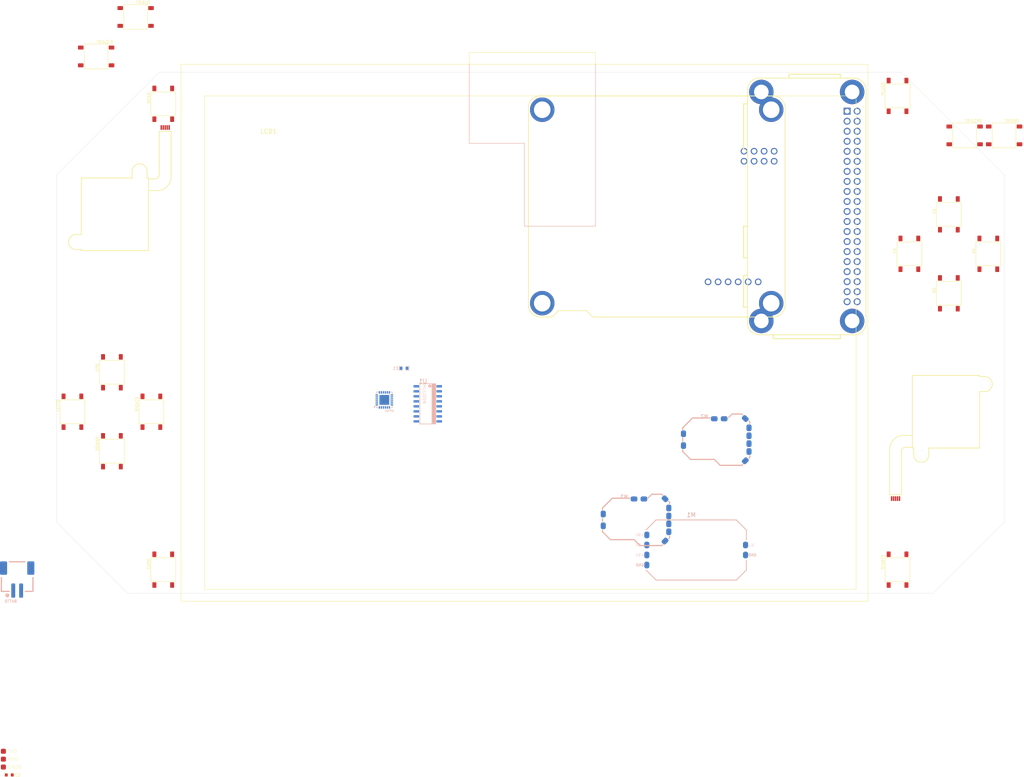
<source format=kicad_pcb>
(kicad_pcb (version 20211014) (generator pcbnew)
  (layers (0 "F.Cu" signal) (31 "B.Cu" signal) (34 "B.Paste" user) (35 "F.Paste" user) (36 "B.SilkS" user "B.Silkscreen") (37 "F.SilkS" user "F.Silkscreen") (38 "B.Mask" user) (39 "F.Mask" user) (44 "Edge.Cuts" user))
  (net 0 "")
  (net 1 "GND")
  (net 2 "TRIGL")
  (net 3 "TRIGZL")
  (net 4 "NEG")
  (net 5 "UP")
  (net 6 "DOWN")
  (net 7 "LEFT")
  (net 8 "RIGHT")
  (net 9 "CAP")
  (net 10 "TRIGR")
  (net 11 "TRIGZR")
  (net 12 "PLUS")
  (net 13 "X")
  (net 14 "B")
  (net 15 "Y")
  (net 16 "A")
  (net 17 "START")
  (net 18 "+3.3V")
  (net 19 "N$3")
  (net 20 "N$4")
  (net 21 "N$5")
  (net 22 "N$6")
  (net 23 "N$1")
  (net 24 "N$7")
  (net 25 "~{JOY_CS}")
  (net 26 "~{BTN_CS}")
  (net 27 "SPI_DI")
  (net 28 "SPI_DO")
  (net 29 "SPI_CLK")
  (net 30 "+4.1V")
  (net 31 "+5V")
  (net 32 "TX")
  (net 33 "RX")
  (net 34 "~{BTN_IRQ}")
  (footprint "umami-blade:B3FS" (layer "F.Cu") (at 264.5011 85.0036 90)
    (fp_text reference "A0" (at 0 -3.7 90) (layer "F.SilkS") (effects (font (size 0.709168 0.709168) (thickness 0.103632)) (justify left)))
    (fp_text value "Tact. Sw.")
    (pad "1" smd roundrect (at 3.9 2.25 180) (size 1 1.4) (layers "F.Cu" "F.Paste" "F.Mask") (roundrect_rratio 0.15) (net 16 "A"))
    (pad "2" smd roundrect (at -3.9 2.25 180) (size 1 1.4) (layers "F.Cu" "F.Paste" "F.Mask") (roundrect_rratio 0.15) (net 16 "A"))
    (pad "3" smd roundrect (at 3.9 -2.25 180) (size 1 1.4) (layers "F.Cu" "F.Paste" "F.Mask") (roundrect_rratio 0.15) (net 1 "GND"))
    (pad "4" smd roundrect (at -3.9 -2.25 180) (size 1 1.4) (layers "F.Cu" "F.Paste" "F.Mask") (roundrect_rratio 0.15) (net 1 "GND"))
  )
  (footprint "umami-blade:SMD-050X050" (layer "F.Cu") (at 14.5011 213.0036)
    (fp_text reference "RX0" (at 1.651 0) (layer "F.SilkS") (effects (font (size 0.8471 0.8471) (thickness 0.0673)) (justify left)))
    (fp_text value "PADSMD-050X050" hide)
    (pad "1" smd roundrect (at 0.508 0) (size 1.27 1.27) (layers "F.Cu" "F.Paste" "F.Mask") (net 33 "RX"))
  )
  (footprint "umami-blade:NINTENDO-JOYCON" (layer "F.Cu") (at 254.5011 125.0036 180)
    (fp_text reference "JOY2" hide)
    (fp_text value "" hide)
    (pad "" np_thru_hole circle (at -9.1 7 180) (size 2.2 2.2) (drill 2.2) (layers *.Cu *.Mask))
    (pad "" np_thru_hole circle (at 7 -10.9 180) (size 2.2 2.2) (drill 2.2) (layers *.Cu *.Mask))
    (pad "1" smd roundrect (at 12.5 -22 270) (size 1.2 0.35) (layers "F.Cu" "F.Paste" "F.Mask") (roundrect_rratio 0.2) (net 18 "+3.3V"))
    (pad "2" smd roundrect (at 13 -22 270) (size 1.2 0.35) (layers "F.Cu" "F.Paste" "F.Mask") (roundrect_rratio 0.2) (net 21 "N$5"))
    (pad "3" smd roundrect (at 13.5 -22 270) (size 1.2 0.35) (layers "F.Cu" "F.Paste" "F.Mask") (roundrect_rratio 0.2) (net 24 "N$7"))
    (pad "4" smd roundrect (at 14 -22 270) (size 1.2 0.35) (layers "F.Cu" "F.Paste" "F.Mask") (roundrect_rratio 0.2) (net 1 "GND"))
    (pad "5" smd roundrect (at 14.5 -22 270) (size 1.2 0.35) (layers "F.Cu" "F.Paste" "F.Mask") (roundrect_rratio 0.2) (net 22 "N$6"))
  )
  (footprint "umami-blade:B3FS" (layer "F.Cu") (at 55.5011 165.0036 90)
    (fp_text reference "CAP0" (at 0 -3.7 90) (layer "F.SilkS") (effects (font (size 0.709168 0.709168) (thickness 0.103632)) (justify left)))
    (fp_text value "Tact. Sw.")
    (pad "1" smd roundrect (at 3.9 2.25 180) (size 1 1.4) (layers "F.Cu" "F.Paste" "F.Mask") (roundrect_rratio 0.15) (net 9 "CAP"))
    (pad "2" smd roundrect (at -3.9 2.25 180) (size 1 1.4) (layers "F.Cu" "F.Paste" "F.Mask") (roundrect_rratio 0.15) (net 9 "CAP"))
    (pad "3" smd roundrect (at 3.9 -2.25 180) (size 1 1.4) (layers "F.Cu" "F.Paste" "F.Mask") (roundrect_rratio 0.15) (net 1 "GND"))
    (pad "4" smd roundrect (at -3.9 -2.25 180) (size 1 1.4) (layers "F.Cu" "F.Paste" "F.Mask") (roundrect_rratio 0.15) (net 1 "GND"))
  )
  (footprint "umami-blade:B3FS" (layer "F.Cu") (at 244.5011 85.0036 90)
    (fp_text reference "Y0" (at 0 -3.7 90) (layer "F.SilkS") (effects (font (size 0.709168 0.709168) (thickness 0.103632)) (justify left)))
    (fp_text value "Tact. Sw.")
    (pad "1" smd roundrect (at 3.9 2.25 180) (size 1 1.4) (layers "F.Cu" "F.Paste" "F.Mask") (roundrect_rratio 0.15) (net 15 "Y"))
    (pad "2" smd roundrect (at -3.9 2.25 180) (size 1 1.4) (layers "F.Cu" "F.Paste" "F.Mask") (roundrect_rratio 0.15) (net 15 "Y"))
    (pad "3" smd roundrect (at 3.9 -2.25 180) (size 1 1.4) (layers "F.Cu" "F.Paste" "F.Mask") (roundrect_rratio 0.15) (net 1 "GND"))
    (pad "4" smd roundrect (at -3.9 -2.25 180) (size 1 1.4) (layers "F.Cu" "F.Paste" "F.Mask") (roundrect_rratio 0.15) (net 1 "GND"))
  )
  (footprint "umami-blade:SMD-050X050" (layer "F.Cu") (at 14.5011 215.0036)
    (fp_text reference "GND0" (at 1.651 0) (layer "F.SilkS") (effects (font (size 0.8471 0.8471) (thickness 0.0673)) (justify left)))
    (fp_text value "PADSMD-050X050" hide)
    (pad "1" smd roundrect (at 0.508 0) (size 1.27 1.27) (layers "F.Cu" "F.Paste" "F.Mask") (net 1 "GND"))
  )
  (footprint "umami-blade:B3FS" (layer "F.Cu") (at 38.5011 35.0036)
    (fp_text reference "TRIGZL0" (at 0 -3.7) (layer "F.SilkS") (effects (font (size 0.709168 0.709168) (thickness 0.103632)) (justify left)))
    (fp_text value "Tact. Sw.")
    (pad "1" smd roundrect (at 3.9 2.25 90) (size 1 1.4) (layers "F.Cu" "F.Paste" "F.Mask") (roundrect_rratio 0.15) (net 3 "TRIGZL"))
    (pad "2" smd roundrect (at -3.9 2.25 90) (size 1 1.4) (layers "F.Cu" "F.Paste" "F.Mask") (roundrect_rratio 0.15) (net 3 "TRIGZL"))
    (pad "3" smd roundrect (at 3.9 -2.25 90) (size 1 1.4) (layers "F.Cu" "F.Paste" "F.Mask") (roundrect_rratio 0.15) (net 1 "GND"))
    (pad "4" smd roundrect (at -3.9 -2.25 90) (size 1 1.4) (layers "F.Cu" "F.Paste" "F.Mask") (roundrect_rratio 0.15) (net 1 "GND"))
  )
  (footprint "umami-blade:B3FS" (layer "F.Cu") (at 55.5011 47.0036 90)
    (fp_text reference "NEG0" (at 0 -3.7 90) (layer "F.SilkS") (effects (font (size 0.709168 0.709168) (thickness 0.103632)) (justify left)))
    (fp_text value "Tact. Sw.")
    (pad "1" smd roundrect (at 3.9 2.25 180) (size 1 1.4) (layers "F.Cu" "F.Paste" "F.Mask") (roundrect_rratio 0.15) (net 4 "NEG"))
    (pad "2" smd roundrect (at -3.9 2.25 180) (size 1 1.4) (layers "F.Cu" "F.Paste" "F.Mask") (roundrect_rratio 0.15) (net 4 "NEG"))
    (pad "3" smd roundrect (at 3.9 -2.25 180) (size 1 1.4) (layers "F.Cu" "F.Paste" "F.Mask") (roundrect_rratio 0.15) (net 1 "GND"))
    (pad "4" smd roundrect (at -3.9 -2.25 180) (size 1 1.4) (layers "F.Cu" "F.Paste" "F.Mask") (roundrect_rratio 0.15) (net 1 "GND"))
  )
  (footprint "umami-blade:B3FS" (layer "F.Cu") (at 241.5011 165.0036 90)
    (fp_text reference "START0" (at 0 -3.7 90) (layer "F.SilkS") (effects (font (size 0.709168 0.709168) (thickness 0.103632)) (justify left)))
    (fp_text value "Tact. Sw.")
    (pad "1" smd roundrect (at 3.9 2.25 180) (size 1 1.4) (layers "F.Cu" "F.Paste" "F.Mask") (roundrect_rratio 0.15) (net 17 "START"))
    (pad "2" smd roundrect (at -3.9 2.25 180) (size 1 1.4) (layers "F.Cu" "F.Paste" "F.Mask") (roundrect_rratio 0.15) (net 17 "START"))
    (pad "3" smd roundrect (at 3.9 -2.25 180) (size 1 1.4) (layers "F.Cu" "F.Paste" "F.Mask") (roundrect_rratio 0.15) (net 1 "GND"))
    (pad "4" smd roundrect (at -3.9 -2.25 180) (size 1 1.4) (layers "F.Cu" "F.Paste" "F.Mask") (roundrect_rratio 0.15) (net 1 "GND"))
  )
  (footprint "umami-blade:B3FS" (layer "F.Cu") (at 258.5011 55.0036)
    (fp_text reference "TRIGZR0" (at 0 -3.7) (layer "F.SilkS") (effects (font (size 0.709168 0.709168) (thickness 0.103632)) (justify left)))
    (fp_text value "Tact. Sw.")
    (pad "1" smd roundrect (at 3.9 2.25 90) (size 1 1.4) (layers "F.Cu" "F.Paste" "F.Mask") (roundrect_rratio 0.15) (net 11 "TRIGZR"))
    (pad "2" smd roundrect (at -3.9 2.25 90) (size 1 1.4) (layers "F.Cu" "F.Paste" "F.Mask") (roundrect_rratio 0.15) (net 11 "TRIGZR"))
    (pad "3" smd roundrect (at 3.9 -2.25 90) (size 1 1.4) (layers "F.Cu" "F.Paste" "F.Mask") (roundrect_rratio 0.15) (net 1 "GND"))
    (pad "4" smd roundrect (at -3.9 -2.25 90) (size 1 1.4) (layers "F.Cu" "F.Paste" "F.Mask") (roundrect_rratio 0.15) (net 1 "GND"))
  )
  (footprint "" (layer "F.Cu") (at 247.5011 135.9036)
    (fp_text reference "@HOLE2" hide)
    (fp_text value "" (at 0 0) (layer "F.SilkS") (effects (font (size 1.27 1.27))))
    (pad "" np_thru_hole circle (at 0 0) (size 2.2 2.2) (drill 2.2) (layers *.Cu *.Mask))
  )
  (footprint "umami-blade:B3FS" (layer "F.Cu") (at 32.5011 125.0036 90)
    (fp_text reference "LEFT0" (at 0 -3.7 90) (layer "F.SilkS") (effects (font (size 0.709168 0.709168) (thickness 0.103632)) (justify left)))
    (fp_text value "Tact. Sw.")
    (pad "1" smd roundrect (at 3.9 2.25 180) (size 1 1.4) (layers "F.Cu" "F.Paste" "F.Mask") (roundrect_rratio 0.15) (net 7 "LEFT"))
    (pad "2" smd roundrect (at -3.9 2.25 180) (size 1 1.4) (layers "F.Cu" "F.Paste" "F.Mask") (roundrect_rratio 0.15) (net 7 "LEFT"))
    (pad "3" smd roundrect (at 3.9 -2.25 180) (size 1 1.4) (layers "F.Cu" "F.Paste" "F.Mask") (roundrect_rratio 0.15) (net 1 "GND"))
    (pad "4" smd roundrect (at -3.9 -2.25 180) (size 1 1.4) (layers "F.Cu" "F.Paste" "F.Mask") (roundrect_rratio 0.15) (net 1 "GND"))
  )
  (footprint "umami-blade:PIMORONI-LCD-CONTROLLER" (layer "F.Cu") (at 180.5011 73.0036)
    (fp_text reference "MOD1" hide)
    (fp_text value "" hide)
    (pad "3V3" thru_hole circle (at 27.2034 -13.9954) (size 1.6764 1.6764) (drill 1.1176) (layers *.Cu *.Mask))
    (pad "5V" thru_hole circle (at 29.7434 -13.9954) (size 1.6764 1.6764) (drill 1.1176) (layers *.Cu *.Mask) (net 31 "+5V"))
    (pad "BACK" thru_hole circle (at 25.7048 19.1008) (size 1.6764 1.6764) (drill 1.1176) (layers *.Cu *.Mask))
    (pad "BCK" thru_hole circle (at 27.2034 -11.4554) (size 1.6764 1.6764) (drill 1.1176) (layers *.Cu *.Mask))
    (pad "DATA" thru_hole circle (at 22.1234 -11.4554) (size 1.6764 1.6764) (drill 1.1176) (layers *.Cu *.Mask))
    (pad "DOWN" thru_hole circle (at 23.1648 19.1008) (size 1.6764 1.6764) (drill 1.1176) (layers *.Cu *.Mask))
    (pad "GND@I2S" thru_hole circle (at 22.1234 -13.9954) (size 1.6764 1.6764) (drill 1.1176) (layers *.Cu *.Mask) (net 1 "GND"))
    (pad "GND@MENU" thru_hole circle (at 13.0048 19.1008) (size 1.6764 1.6764) (drill 1.1176) (layers *.Cu *.Mask) (net 1 "GND"))
    (pad "LRCK" thru_hole circle (at 29.7434 -11.4554) (size 1.6764 1.6764) (drill 1.1176) (layers *.Cu *.Mask))
    (pad "MCK" thru_hole circle (at 24.6634 -11.4554) (size 1.6764 1.6764) (drill 1.1176) (layers *.Cu *.Mask))
    (pad "MENU" thru_hole circle (at 18.0848 19.1008) (size 1.6764 1.6764) (drill 1.1176) (layers *.Cu *.Mask))
    (pad "MTG1" thru_hole circle (at -29 -24.5) (size 6.2 6.2) (drill 4.2) (layers *.Cu *.Mask))
    (pad "MTG2" thru_hole circle (at 29 -24.5) (size 6.2 6.2) (drill 4.2) (layers *.Cu *.Mask))
    (pad "MTG3" thru_hole circle (at -29 24.5) (size 6.2 6.2) (drill 4.2) (layers *.Cu *.Mask))
    (pad "MTG4" thru_hole circle (at 29 24.5) (size 6.2 6.2) (drill 4.2) (layers *.Cu *.Mask))
    (pad "PWR" thru_hole circle (at 15.5448 19.1008) (size 1.6764 1.6764) (drill 1.1176) (layers *.Cu *.Mask))
    (pad "SPIDF" thru_hole circle (at 24.6634 -13.9954) (size 1.6764 1.6764) (drill 1.1176) (layers *.Cu *.Mask))
    (pad "UP" thru_hole circle (at 20.6248 19.1008) (size 1.6764 1.6764) (drill 1.1176) (layers *.Cu *.Mask))
  )
  (footprint "umami-blade:0603-CAP" (layer "F.Cu") (at 16.5011 217.0036)
    (fp_text reference "C2" (at 1.4 0) (layer "F.SilkS") (effects (font (size 0.709168 0.709168) (thickness 0.103632)) (justify left)))
    (fp_text value "0.1uF")
    (pad "1" smd roundrect (at -0.75184 0) (size 0.7112 0.762) (layers "F.Cu" "F.Paste" "F.Mask") (roundrect_rratio 0.1) (net 18 "+3.3V"))
    (pad "2" smd roundrect (at 0.75184 0) (size 0.7112 0.762) (layers "F.Cu" "F.Paste" "F.Mask") (roundrect_rratio 0.1) (net 1 "GND"))
  )
  (footprint "" (layer "F.Cu") (at 33.4011 82.0036)
    (fp_text reference "@HOLE1" hide)
    (fp_text value "" (at 0 0) (layer "F.SilkS") (effects (font (size 1.27 1.27))))
    (pad "" np_thru_hole circle (at 0 0) (size 2.2 2.2) (drill 2.2) (layers *.Cu *.Mask))
  )
  (footprint "umami-blade:B3FS" (layer "F.Cu") (at 42.5011 135.0036 90)
    (fp_text reference "DOWN0" (at 0 -3.7 90) (layer "F.SilkS") (effects (font (size 0.709168 0.709168) (thickness 0.103632)) (justify left)))
    (fp_text value "Tact. Sw.")
    (pad "1" smd roundrect (at 3.9 2.25 180) (size 1 1.4) (layers "F.Cu" "F.Paste" "F.Mask") (roundrect_rratio 0.15) (net 6 "DOWN"))
    (pad "2" smd roundrect (at -3.9 2.25 180) (size 1 1.4) (layers "F.Cu" "F.Paste" "F.Mask") (roundrect_rratio 0.15) (net 6 "DOWN"))
    (pad "3" smd roundrect (at 3.9 -2.25 180) (size 1 1.4) (layers "F.Cu" "F.Paste" "F.Mask") (roundrect_rratio 0.15) (net 1 "GND"))
    (pad "4" smd roundrect (at -3.9 -2.25 180) (size 1 1.4) (layers "F.Cu" "F.Paste" "F.Mask") (roundrect_rratio 0.15) (net 1 "GND"))
  )
  (footprint "" (layer "F.Cu") (at 49.5011 64.1036)
    (fp_text reference "@HOLE0" hide)
    (fp_text value "" (at 0 0) (layer "F.SilkS") (effects (font (size 1.27 1.27))))
    (pad "" np_thru_hole circle (at 0 0) (size 2.2 2.2) (drill 2.2) (layers *.Cu *.Mask))
  )
  (footprint "umami-blade:NINTENDO-JOYCON" (layer "F.Cu") (at 42.5011 75.0036)
    (fp_text reference "JOY1" hide)
    (fp_text value "" hide)
    (pad "" np_thru_hole circle (at -9.1 7) (size 2.2 2.2) (drill 2.2) (layers *.Cu *.Mask))
    (pad "" np_thru_hole circle (at 7 -10.9) (size 2.2 2.2) (drill 2.2) (layers *.Cu *.Mask))
    (pad "1" smd roundrect (at 12.5 -22 90) (size 1.2 0.35) (layers "F.Cu" "F.Paste" "F.Mask") (roundrect_rratio 0.2) (net 18 "+3.3V"))
    (pad "2" smd roundrect (at 13 -22 90) (size 1.2 0.35) (layers "F.Cu" "F.Paste" "F.Mask") (roundrect_rratio 0.2) (net 19 "N$3"))
    (pad "3" smd roundrect (at 13.5 -22 90) (size 1.2 0.35) (layers "F.Cu" "F.Paste" "F.Mask") (roundrect_rratio 0.2) (net 23 "N$1"))
    (pad "4" smd roundrect (at 14 -22 90) (size 1.2 0.35) (layers "F.Cu" "F.Paste" "F.Mask") (roundrect_rratio 0.2) (net 1 "GND"))
    (pad "5" smd roundrect (at 14.5 -22 90) (size 1.2 0.35) (layers "F.Cu" "F.Paste" "F.Mask") (roundrect_rratio 0.2) (net 20 "N$4"))
  )
  (footprint "umami-blade:B3FS" (layer "F.Cu") (at 52.5011 125.0036 90)
    (fp_text reference "RIGHT0" (at 0 -3.7 90) (layer "F.SilkS") (effects (font (size 0.709168 0.709168) (thickness 0.103632)) (justify left)))
    (fp_text value "Tact. Sw.")
    (pad "1" smd roundrect (at 3.9 2.25 180) (size 1 1.4) (layers "F.Cu" "F.Paste" "F.Mask") (roundrect_rratio 0.15) (net 8 "RIGHT"))
    (pad "2" smd roundrect (at -3.9 2.25 180) (size 1 1.4) (layers "F.Cu" "F.Paste" "F.Mask") (roundrect_rratio 0.15) (net 8 "RIGHT"))
    (pad "3" smd roundrect (at 3.9 -2.25 180) (size 1 1.4) (layers "F.Cu" "F.Paste" "F.Mask") (roundrect_rratio 0.15) (net 1 "GND"))
    (pad "4" smd roundrect (at -3.9 -2.25 180) (size 1 1.4) (layers "F.Cu" "F.Paste" "F.Mask") (roundrect_rratio 0.15) (net 1 "GND"))
  )
  (footprint "umami-blade:PI-ZERO-2W" (layer "F.Cu") (at 218.5011 73.0036 -90)
    (fp_text reference "PI1" hide)
    (fp_text value "Pi 2W" hide)
    (pad "1" thru_hole rect (at -24.13 -10.23 270) (size 1.7526 1.7526) (drill 1.1684) (layers *.Cu *.Mask) (net 18 "+3.3V"))
    (pad "2" thru_hole circle (at -24.13 -12.77 270) (size 1.7526 1.7526) (drill 1.1684) (layers *.Cu *.Mask) (net 31 "+5V"))
    (pad "3" thru_hole circle (at -21.59 -10.23 270) (size 1.7526 1.7526) (drill 1.1684) (layers *.Cu *.Mask))
    (pad "4" thru_hole circle (at -21.59 -12.77 270) (size 1.7526 1.7526) (drill 1.1684) (layers *.Cu *.Mask) (net 31 "+5V"))
    (pad "5" thru_hole circle (at -19.05 -10.23 270) (size 1.7526 1.7526) (drill 1.1684) (layers *.Cu *.Mask))
    (pad "6" thru_hole circle (at -19.05 -12.77 270) (size 1.7526 1.7526) (drill 1.1684) (layers *.Cu *.Mask) (net 1 "GND"))
    (pad "7" thru_hole circle (at -16.51 -10.23 270) (size 1.7526 1.7526) (drill 1.1684) (layers *.Cu *.Mask))
    (pad "8" thru_hole circle (at -16.51 -12.77 270) (size 1.7526 1.7526) (drill 1.1684) (layers *.Cu *.Mask) (net 32 "TX"))
    (pad "9" thru_hole circle (at -13.97 -10.23 270) (size 1.7526 1.7526) (drill 1.1684) (layers *.Cu *.Mask) (net 1 "GND"))
    (pad "10" thru_hole circle (at -13.97 -12.77 270) (size 1.7526 1.7526) (drill 1.1684) (layers *.Cu *.Mask) (net 33 "RX"))
    (pad "11" thru_hole circle (at -11.43 -10.23 270) (size 1.7526 1.7526) (drill 1.1684) (layers *.Cu *.Mask))
    (pad "12" thru_hole circle (at -11.43 -12.77 270) (size 1.7526 1.7526) (drill 1.1684) (layers *.Cu *.Mask))
    (pad "13" thru_hole circle (at -8.89 -10.23 270) (size 1.7526 1.7526) (drill 1.1684) (layers *.Cu *.Mask))
    (pad "14" thru_hole circle (at -8.89 -12.77 270) (size 1.7526 1.7526) (drill 1.1684) (layers *.Cu *.Mask) (net 1 "GND"))
    (pad "15" thru_hole circle (at -6.35 -10.23 270) (size 1.7526 1.7526) (drill 1.1684) (layers *.Cu *.Mask))
    (pad "16" thru_hole circle (at -6.35 -12.77 270) (size 1.7526 1.7526) (drill 1.1684) (layers *.Cu *.Mask))
    (pad "17" thru_hole circle (at -3.81 -10.23 270) (size 1.7526 1.7526) (drill 1.1684) (layers *.Cu *.Mask))
    (pad "18" thru_hole circle (at -3.81 -12.77 270) (size 1.7526 1.7526) (drill 1.1684) (layers *.Cu *.Mask))
    (pad "19" thru_hole circle (at -1.27 -10.23 270) (size 1.7526 1.7526) (drill 1.1684) (layers *.Cu *.Mask) (net 27 "SPI_DI"))
    (pad "20" thru_hole circle (at -1.27 -12.77 270) (size 1.7526 1.7526) (drill 1.1684) (layers *.Cu *.Mask) (net 1 "GND"))
    (pad "21" thru_hole circle (at 1.27 -10.23 270) (size 1.7526 1.7526) (drill 1.1684) (layers *.Cu *.Mask) (net 28 "SPI_DO"))
    (pad "22" thru_hole circle (at 1.27 -12.77 270) (size 1.7526 1.7526) (drill 1.1684) (layers *.Cu *.Mask) (net 34 "~{BTN_IRQ}"))
    (pad "23" thru_hole circle (at 3.81 -10.23 270) (size 1.7526 1.7526) (drill 1.1684) (layers *.Cu *.Mask) (net 29 "SPI_CLK"))
    (pad "24" thru_hole circle (at 3.81 -12.77 270) (size 1.7526 1.7526) (drill 1.1684) (layers *.Cu *.Mask) (net 26 "~{BTN_CS}"))
    (pad "25" thru_hole circle (at 6.35 -10.23 270) (size 1.7526 1.7526) (drill 1.1684) (layers *.Cu *.Mask) (net 1 "GND"))
    (pad "26" thru_hole circle (at 6.35 -12.77 270) (size 1.7526 1.7526) (drill 1.1684) (layers *.Cu *.Mask) (net 25 "~{JOY_CS}"))
    (pad "27" thru_hole circle (at 8.89 -10.23 270) (size 1.7526 1.7526) (drill 1.1684) (layers *.Cu *.Mask))
    (pad "28" thru_hole circle (at 8.89 -12.77 270) (size 1.7526 1.7526) (drill 1.1684) (layers *.Cu *.Mask))
    (pad "29" thru_hole circle (at 11.43 -10.23 270) (size 1.7526 1.7526) (drill 1.1684) (layers *.Cu *.Mask))
    (pad "30" thru_hole circle (at 11.43 -12.77 270) (size 1.7526 1.7526) (drill 1.1684) (layers *.Cu *.Mask) (net 1 "GND"))
    (pad "31" thru_hole circle (at 13.97 -10.23 270) (size 1.7526 1.7526) (drill 1.1684) (layers *.Cu *.Mask))
    (pad "32" thru_hole circle (at 13.97 -12.77 270) (size 1.7526 1.7526) (drill 1.1684) (layers *.Cu *.Mask))
    (pad "33" thru_hole circle (at 16.51 -10.23 270) (size 1.7526 1.7526) (drill 1.1684) (layers *.Cu *.Mask))
    (pad "34" thru_hole circle (at 16.51 -12.77 270) (size 1.7526 1.7526) (drill 1.1684) (layers *.Cu *.Mask) (net 1 "GND"))
    (pad "35" thru_hole circle (at 19.05 -10.23 270) (size 1.7526 1.7526) (drill 1.1684) (layers *.Cu *.Mask))
    (pad "36" thru_hole circle (at 19.05 -12.77 270) (size 1.7526 1.7526) (drill 1.1684) (layers *.Cu *.Mask))
    (pad "37" thru_hole circle (at 21.59 -10.23 270) (size 1.7526 1.7526) (drill 1.1684) (layers *.Cu *.Mask))
    (pad "38" thru_hole circle (at 21.59 -12.77 270) (size 1.7526 1.7526) (drill 1.1684) (layers *.Cu *.Mask))
    (pad "39" thru_hole circle (at 24.13 -10.23 270) (size 1.7526 1.7526) (drill 1.1684) (layers *.Cu *.Mask) (net 1 "GND"))
    (pad "40" thru_hole circle (at 24.13 -12.77 270) (size 1.7526 1.7526) (drill 1.1684) (layers *.Cu *.Mask))
    (pad "MT1" thru_hole circle (at -29 -11.5 270) (size 6.2 6.2) (drill 3.7) (layers *.Cu *.Mask))
    (pad "MT2" thru_hole circle (at 29 -11.5 270) (size 6.2 6.2) (drill 3.7) (layers *.Cu *.Mask))
    (pad "MT3" thru_hole circle (at -29 11.5 270) (size 6.2 6.2) (drill 3.7) (layers *.Cu *.Mask))
    (pad "MT4" thru_hole circle (at 29 11.5 270) (size 6.2 6.2) (drill 3.7) (layers *.Cu *.Mask))
  )
  (footprint "umami-blade:B3FS" (layer "F.Cu") (at 254.5011 75.0036 90)
    (fp_text reference "X0" (at 0 -3.7 90) (layer "F.SilkS") (effects (font (size 0.709168 0.709168) (thickness 0.103632)) (justify left)))
    (fp_text value "Tact. Sw.")
    (pad "1" smd roundrect (at 3.9 2.25 180) (size 1 1.4) (layers "F.Cu" "F.Paste" "F.Mask") (roundrect_rratio 0.15) (net 13 "X"))
    (pad "2" smd roundrect (at -3.9 2.25 180) (size 1 1.4) (layers "F.Cu" "F.Paste" "F.Mask") (roundrect_rratio 0.15) (net 13 "X"))
    (pad "3" smd roundrect (at 3.9 -2.25 180) (size 1 1.4) (layers "F.Cu" "F.Paste" "F.Mask") (roundrect_rratio 0.15) (net 1 "GND"))
    (pad "4" smd roundrect (at -3.9 -2.25 180) (size 1 1.4) (layers "F.Cu" "F.Paste" "F.Mask") (roundrect_rratio 0.15) (net 1 "GND"))
  )
  (footprint "umami-blade:PIMORONI_PIM372" (layer "F.Cu") (at 147.0011 105.0036)
    (fp_text reference "LCD1" (at -67 -51) (layer "F.SilkS") (effects (font (size 1.108075 1.108075) (thickness 0.161925)) (justify left)))
    (fp_text value "TFT LCD" hide)
  )
  (footprint "umami-blade:B3FS" (layer "F.Cu") (at 42.5011 115.0036 90)
    (fp_text reference "UP0" (at 0 -3.7 90) (layer "F.SilkS") (effects (font (size 0.709168 0.709168) (thickness 0.103632)) (justify left)))
    (fp_text value "Tact. Sw.")
    (pad "1" smd roundrect (at 3.9 2.25 180) (size 1 1.4) (layers "F.Cu" "F.Paste" "F.Mask") (roundrect_rratio 0.15) (net 5 "UP"))
    (pad "2" smd roundrect (at -3.9 2.25 180) (size 1 1.4) (layers "F.Cu" "F.Paste" "F.Mask") (roundrect_rratio 0.15) (net 5 "UP"))
    (pad "3" smd roundrect (at 3.9 -2.25 180) (size 1 1.4) (layers "F.Cu" "F.Paste" "F.Mask") (roundrect_rratio 0.15) (net 1 "GND"))
    (pad "4" smd roundrect (at -3.9 -2.25 180) (size 1 1.4) (layers "F.Cu" "F.Paste" "F.Mask") (roundrect_rratio 0.15) (net 1 "GND"))
  )
  (footprint "umami-blade:B3FS" (layer "F.Cu") (at 48.5011 25.0036)
    (fp_text reference "TRIGL0" (at 0 -3.7) (layer "F.SilkS") (effects (font (size 0.709168 0.709168) (thickness 0.103632)) (justify left)))
    (fp_text value "Tact. Sw.")
    (pad "1" smd roundrect (at 3.9 2.25 90) (size 1 1.4) (layers "F.Cu" "F.Paste" "F.Mask") (roundrect_rratio 0.15) (net 2 "TRIGL"))
    (pad "2" smd roundrect (at -3.9 2.25 90) (size 1 1.4) (layers "F.Cu" "F.Paste" "F.Mask") (roundrect_rratio 0.15) (net 2 "TRIGL"))
    (pad "3" smd roundrect (at 3.9 -2.25 90) (size 1 1.4) (layers "F.Cu" "F.Paste" "F.Mask") (roundrect_rratio 0.15) (net 1 "GND"))
    (pad "4" smd roundrect (at -3.9 -2.25 90) (size 1 1.4) (layers "F.Cu" "F.Paste" "F.Mask") (roundrect_rratio 0.15) (net 1 "GND"))
  )
  (footprint "umami-blade:B3FS" (layer "F.Cu") (at 241.5011 45.0036 90)
    (fp_text reference "PLUS0" (at 0 -3.7 90) (layer "F.SilkS") (effects (font (size 0.709168 0.709168) (thickness 0.103632)) (justify left)))
    (fp_text value "Tact. Sw.")
    (pad "1" smd roundrect (at 3.9 2.25 180) (size 1 1.4) (layers "F.Cu" "F.Paste" "F.Mask") (roundrect_rratio 0.15) (net 12 "PLUS"))
    (pad "2" smd roundrect (at -3.9 2.25 180) (size 1 1.4) (layers "F.Cu" "F.Paste" "F.Mask") (roundrect_rratio 0.15) (net 12 "PLUS"))
    (pad "3" smd roundrect (at 3.9 -2.25 180) (size 1 1.4) (layers "F.Cu" "F.Paste" "F.Mask") (roundrect_rratio 0.15) (net 1 "GND"))
    (pad "4" smd roundrect (at -3.9 -2.25 180) (size 1 1.4) (layers "F.Cu" "F.Paste" "F.Mask") (roundrect_rratio 0.15) (net 1 "GND"))
  )
  (footprint "" (layer "F.Cu") (at 263.6011 118.0036)
    (fp_text reference "@HOLE3" hide)
    (fp_text value "" (at 0 0) (layer "F.SilkS") (effects (font (size 1.27 1.27))))
    (pad "" np_thru_hole circle (at 0 0) (size 2.2 2.2) (drill 2.2) (layers *.Cu *.Mask))
  )
  (footprint "umami-blade:B3FS" (layer "F.Cu") (at 268.5011 55.0036)
    (fp_text reference "TRIGR0" (at 0 -3.7) (layer "F.SilkS") (effects (font (size 0.709168 0.709168) (thickness 0.103632)) (justify left)))
    (fp_text value "Tact. Sw.")
    (pad "1" smd roundrect (at 3.9 2.25 90) (size 1 1.4) (layers "F.Cu" "F.Paste" "F.Mask") (roundrect_rratio 0.15) (net 10 "TRIGR"))
    (pad "2" smd roundrect (at -3.9 2.25 90) (size 1 1.4) (layers "F.Cu" "F.Paste" "F.Mask") (roundrect_rratio 0.15) (net 10 "TRIGR"))
    (pad "3" smd roundrect (at 3.9 -2.25 90) (size 1 1.4) (layers "F.Cu" "F.Paste" "F.Mask") (roundrect_rratio 0.15) (net 1 "GND"))
    (pad "4" smd roundrect (at -3.9 -2.25 90) (size 1 1.4) (layers "F.Cu" "F.Paste" "F.Mask") (roundrect_rratio 0.15) (net 1 "GND"))
  )
  (footprint "umami-blade:SMD-050X050" (layer "F.Cu") (at 14.5011 211.0036)
    (fp_text reference "TX0" (at 1.651 0) (layer "F.SilkS") (effects (font (size 0.8471 0.8471) (thickness 0.0673)) (justify left)))
    (fp_text value "PADSMD-050X050" hide)
    (pad "1" smd roundrect (at 0.508 0) (size 1.27 1.27) (layers "F.Cu" "F.Paste" "F.Mask") (net 32 "TX"))
  )
  (footprint "umami-blade:B3FS" (layer "F.Cu") (at 254.5011 95.0036 90)
    (fp_text reference "B0" (at 0 -3.7 90) (layer "F.SilkS") (effects (font (size 0.709168 0.709168) (thickness 0.103632)) (justify left)))
    (fp_text value "Tact. Sw.")
    (pad "1" smd roundrect (at 3.9 2.25 180) (size 1 1.4) (layers "F.Cu" "F.Paste" "F.Mask") (roundrect_rratio 0.15) (net 14 "B"))
    (pad "2" smd roundrect (at -3.9 2.25 180) (size 1 1.4) (layers "F.Cu" "F.Paste" "F.Mask") (roundrect_rratio 0.15) (net 14 "B"))
    (pad "3" smd roundrect (at 3.9 -2.25 180) (size 1 1.4) (layers "F.Cu" "F.Paste" "F.Mask") (roundrect_rratio 0.15) (net 1 "GND"))
    (pad "4" smd roundrect (at -3.9 -2.25 180) (size 1 1.4) (layers "F.Cu" "F.Paste" "F.Mask") (roundrect_rratio 0.15) (net 1 "GND"))
  )
  (footprint "umami-blade:0123A" (layer "B.Cu") (at 195.58 132.08 180)
    (fp_text reference "M2" (at 2 5.9) (layer "B.SilkS") (effects (font (size 0.8725 0.8725) (thickness 0.1275)) (justify left mirror)))
    (fp_text value "Class-D, 16W")
    (pad "12V" smd roundrect (at 0.5 5.3 90) (size 1.3 1.7) (layers "B.Cu" "B.Paste" "B.Mask") (roundrect_rratio 0.35))
    (pad "DAI0" smd roundrect (at -8.3 3 180) (size 1.3 1.7) (layers "B.Cu" "B.Paste" "B.Mask") (roundrect_rratio 0.35))
    (pad "DAI1" smd roundrect (at -8.3 1 180) (size 1.3 1.7) (layers "B.Cu" "B.Paste" "B.Mask") (roundrect_rratio 0.35))
    (pad "DAI2" smd roundrect (at -8.3 -1 180) (size 1.3 1.7) (layers "B.Cu" "B.Paste" "B.Mask") (roundrect_rratio 0.35))
    (pad "EN" smd roundrect (at -8.3 -3 180) (size 1.3 1.7) (layers "B.Cu" "B.Paste" "B.Mask") (roundrect_rratio 0.35))
    (pad "GND" smd roundrect (at -7.35 -5.35 135) (size 1.3 1.7) (layers "B.Cu" "B.Paste" "B.Mask") (roundrect_rratio 0.35) (net 1 "GND"))
    (pad "GND2" smd roundrect (at -2 5.3 90) (size 1.3 1.7) (layers "B.Cu" "B.Paste" "B.Mask") (roundrect_rratio 0.35) (net 1 "GND"))
    (pad "SP+" smd roundrect (at 8.3 1.5 180) (size 1.3 1.7) (layers "B.Cu" "B.Paste" "B.Mask") (roundrect_rratio 0.35))
    (pad "SP-" smd roundrect (at 8.3 -1.5 180) (size 1.3 1.7) (layers "B.Cu" "B.Paste" "B.Mask") (roundrect_rratio 0.35))
    (pad "VDD" smd roundrect (at -7.35 5.35 45) (size 1.3 1.7) (layers "B.Cu" "B.Paste" "B.Mask") (roundrect_rratio 0.35))
  )
  (footprint "umami-blade:0123A" (layer "B.Cu") (at 175.26 152.4 180)
    (fp_text reference "M3" (at 2 5.9) (layer "B.SilkS") (effects (font (size 0.8725 0.8725) (thickness 0.1275)) (justify left mirror)))
    (fp_text value "Class-D, 16W")
    (pad "12V" smd roundrect (at 0.5 5.3 90) (size 1.3 1.7) (layers "B.Cu" "B.Paste" "B.Mask") (roundrect_rratio 0.35))
    (pad "DAI0" smd roundrect (at -8.3 3 180) (size 1.3 1.7) (layers "B.Cu" "B.Paste" "B.Mask") (roundrect_rratio 0.35))
    (pad "DAI1" smd roundrect (at -8.3 1 180) (size 1.3 1.7) (layers "B.Cu" "B.Paste" "B.Mask") (roundrect_rratio 0.35))
    (pad "DAI2" smd roundrect (at -8.3 -1 180) (size 1.3 1.7) (layers "B.Cu" "B.Paste" "B.Mask") (roundrect_rratio 0.35))
    (pad "EN" smd roundrect (at -8.3 -3 180) (size 1.3 1.7) (layers "B.Cu" "B.Paste" "B.Mask") (roundrect_rratio 0.35))
    (pad "GND" smd roundrect (at -7.35 -5.35 135) (size 1.3 1.7) (layers "B.Cu" "B.Paste" "B.Mask") (roundrect_rratio 0.35) (net 1 "GND"))
    (pad "GND2" smd roundrect (at -2 5.3 90) (size 1.3 1.7) (layers "B.Cu" "B.Paste" "B.Mask") (roundrect_rratio 0.35) (net 1 "GND"))
    (pad "SP+" smd roundrect (at 8.3 1.5 180) (size 1.3 1.7) (layers "B.Cu" "B.Paste" "B.Mask") (roundrect_rratio 0.35))
    (pad "SP-" smd roundrect (at 8.3 -1.5 180) (size 1.3 1.7) (layers "B.Cu" "B.Paste" "B.Mask") (roundrect_rratio 0.35))
    (pad "VDD" smd roundrect (at -7.35 5.35 45) (size 1.3 1.7) (layers "B.Cu" "B.Paste" "B.Mask") (roundrect_rratio 0.35))
  )
  (footprint "umami-blade:0128A" (layer "B.Cu") (at 190.5 160.02 180)
    (fp_text reference "M1" (at 0 8.89) (layer "B.SilkS") (effects (font (size 1.108075 1.108075) (thickness 0.161925)) (justify left mirror)))
    (fp_text value "")
    (fp_text user "GND" (at -14.224 -1.27) (layer "B.SilkS") (effects (font (size 0.6477 0.6477) (thickness 0.1143)) (justify mirror)))
    (fp_text user "+5V" (at 14.224 -1.27) (layer "B.SilkS") (effects (font (size 0.70104 0.70104) (thickness 0.06096)) (justify mirror)))
    (fp_text user "IN" (at -13.716 1.016) (layer "B.SilkS") (effects (font (size 0.471776 0.471776) (thickness 0.041024)) (justify mirror)))
    (fp_text user "-9V" (at 14.2494 1.27) (layer "B.SilkS") (effects (font (size 0.70104 0.70104) (thickness 0.06096)) (justify mirror)))
    (fp_text user "GND" (at 14.2494 -3.81) (layer "B.SilkS") (effects (font (size 0.6477 0.6477) (thickness 0.1143)) (justify mirror)))
    (fp_text user "+9V" (at 14.224 3.81) (layer "B.SilkS") (effects (font (size 0.70104 0.70104) (thickness 0.06096)) (justify mirror)))
    (fp_text user "V" (at -14.351 1.27) (layer "B.SilkS") (effects (font (size 0.794512 0.794512) (thickness 0.069088)) (justify mirror)))
    (pad "+9V" smd roundrect (at 12.5 3.81) (size 1.3 1.7) (layers "B.Cu" "B.Paste" "B.Mask") (roundrect_rratio 0.4))
    (pad "-9V" smd roundrect (at 12.5 1.27) (size 1.3 1.7) (layers "B.Cu" "B.Paste" "B.Mask") (roundrect_rratio 0.4))
    (pad "5V" smd roundrect (at 12.5 -1.27) (size 1.3 1.7) (layers "B.Cu" "B.Paste" "B.Mask") (roundrect_rratio 0.4) (net 31 "+5V"))
    (pad "GNDI" smd roundrect (at -12.5 -1.27 180) (size 1.3 1.7) (layers "B.Cu" "B.Paste" "B.Mask") (roundrect_rratio 0.4) (net 1 "GND"))
    (pad "GNDO" smd roundrect (at 12.5 -3.81) (size 1.3 1.7) (layers "B.Cu" "B.Paste" "B.Mask") (roundrect_rratio 0.4) (net 1 "GND"))
    (pad "VIN" smd roundrect (at -12.5 1.27 180) (size 1.3 1.7) (layers "B.Cu" "B.Paste" "B.Mask") (roundrect_rratio 0.4))
  )
  (footprint "umami-blade:0603-CAP" (layer "B.Cu") (at 116.5011 114.0036 180)
    (fp_text reference "C1" (at 1.4 0) (layer "B.SilkS") (effects (font (size 0.709168 0.709168) (thickness 0.103632)) (justify left mirror)))
    (fp_text value "0.1uF")
    (pad "1" smd roundrect (at -0.75184 0 180) (size 0.7112 0.762) (layers "B.Cu" "B.Paste" "B.Mask") (roundrect_rratio 0.1) (net 18 "+3.3V"))
    (pad "2" smd roundrect (at 0.75184 0 180) (size 0.7112 0.762) (layers "B.Cu" "B.Paste" "B.Mask") (roundrect_rratio 0.1) (net 1 "GND"))
  )
  (footprint "umami-blade:SO16" (layer "B.Cu") (at 122.5011 123.0036 -90)
    (fp_text reference "U1" (at -5.723 0.027 -180) (layer "B.SilkS") (effects (font (size 1.108075 1.108075) (thickness 0.161925)) (justify left mirror)))
    (fp_text value "MCP3008" (at 0 0.762 -270) (layer "B.SilkS") (effects (font (size 0.705917 0.705917) (thickness 0.056083)) (justify right mirror)))
    (pad "1" smd roundrect (at -4.445 -2.9 270) (size 0.6 1.4) (layers "B.Cu" "B.Paste" "B.Mask") (roundrect_rratio 0.15) (net 19 "N$3"))
    (pad "2" smd roundrect (at -3.175 -2.9 270) (size 0.6 1.4) (layers "B.Cu" "B.Paste" "B.Mask") (roundrect_rratio 0.15) (net 23 "N$1"))
    (pad "3" smd roundrect (at -1.905 -2.9 270) (size 0.6 1.4) (layers "B.Cu" "B.Paste" "B.Mask") (roundrect_rratio 0.15) (net 20 "N$4"))
    (pad "4" smd roundrect (at -0.635 -2.9 270) (size 0.6 1.4) (layers "B.Cu" "B.Paste" "B.Mask") (roundrect_rratio 0.15))
    (pad "5" smd roundrect (at 0.635 -2.9 270) (size 0.6 1.4) (layers "B.Cu" "B.Paste" "B.Mask") (roundrect_rratio 0.15) (net 21 "N$5"))
    (pad "6" smd roundrect (at 1.905 -2.9 270) (size 0.6 1.4) (layers "B.Cu" "B.Paste" "B.Mask") (roundrect_rratio 0.15) (net 24 "N$7"))
    (pad "7" smd roundrect (at 3.175 -2.9 270) (size 0.6 1.4) (layers "B.Cu" "B.Paste" "B.Mask") (roundrect_rratio 0.15) (net 22 "N$6"))
    (pad "8" smd roundrect (at 4.445 -2.9 270) (size 0.6 1.4) (layers "B.Cu" "B.Paste" "B.Mask") (roundrect_rratio 0.15))
    (pad "9" smd roundrect (at 4.445 2.9 270) (size 0.6 1.4) (layers "B.Cu" "B.Paste" "B.Mask") (roundrect_rratio 0.15) (net 1 "GND"))
    (pad "10" smd roundrect (at 3.175 2.9 270) (size 0.6 1.4) (layers "B.Cu" "B.Paste" "B.Mask") (roundrect_rratio 0.15) (net 25 "~{JOY_CS}"))
    (pad "11" smd roundrect (at 1.905 2.9 270) (size 0.6 1.4) (layers "B.Cu" "B.Paste" "B.Mask") (roundrect_rratio 0.15) (net 27 "SPI_DI"))
    (pad "12" smd roundrect (at 0.635 2.9 270) (size 0.6 1.4) (layers "B.Cu" "B.Paste" "B.Mask") (roundrect_rratio 0.15) (net 28 "SPI_DO"))
    (pad "13" smd roundrect (at -0.635 2.9 270) (size 0.6 1.4) (layers "B.Cu" "B.Paste" "B.Mask") (roundrect_rratio 0.15) (net 29 "SPI_CLK"))
    (pad "14" smd roundrect (at -1.905 2.9 270) (size 0.6 1.4) (layers "B.Cu" "B.Paste" "B.Mask") (roundrect_rratio 0.15) (net 1 "GND"))
    (pad "15" smd roundrect (at -3.175 2.9 270) (size 0.6 1.4) (layers "B.Cu" "B.Paste" "B.Mask") (roundrect_rratio 0.15) (net 18 "+3.3V"))
    (pad "16" smd roundrect (at -4.445 2.9 270) (size 0.6 1.4) (layers "B.Cu" "B.Paste" "B.Mask") (roundrect_rratio 0.15) (net 18 "+3.3V"))
  )
  (footprint "umami-blade:S2B-PH-SM4-" (layer "B.Cu") (at 18.5011 163.0036 180)
    (fp_text reference "BATT0" (at 0 -10) (layer "B.SilkS") (effects (font (size 0.709168 0.709168) (thickness 0.103632)) (justify left mirror)))
    (fp_text value "2-pin, RA, SMT")
    (pad "1" smd roundrect (at 1 -7.3 90) (size 3.6 1) (layers "B.Cu" "B.Paste" "B.Mask") (roundrect_rratio 0.2) (net 30 "+4.1V"))
    (pad "2" smd roundrect (at -1 -7.3 90) (size 3.6 1) (layers "B.Cu" "B.Paste" "B.Mask") (roundrect_rratio 0.2) (net 1 "GND"))
    (pad "GND@MT1" smd roundrect (at 3.45 -1.6 90) (size 3.4 1.8) (layers "B.Cu" "B.Paste" "B.Mask") (roundrect_rratio 0.15))
    (pad "GND@MT2" smd roundrect (at -3.45 -1.6 90) (size 3.4 1.8) (layers "B.Cu" "B.Paste" "B.Mask") (roundrect_rratio 0.15))
  )
  (footprint "umami-blade:QFN-24" (layer "B.Cu") (at 111.5011 122.0036)
    (fp_text reference "GPIO1" (at 0 2.75) (layer "B.SilkS") (effects (font (size 0.531876 0.531876) (thickness 0.077724)) (justify right mirror)))
    (fp_text value "XRA1405")
    (pad "1" smd roundrect (at -1.9 1.25 180) (size 0.7 0.3) (layers "B.Cu" "B.Paste" "B.Mask") (roundrect_rratio 0.4) (net 2 "TRIGL"))
    (pad "2" smd roundrect (at -1.9 0.75 180) (size 0.7 0.3) (layers "B.Cu" "B.Paste" "B.Mask") (roundrect_rratio 0.4) (net 3 "TRIGZL"))
    (pad "3" smd roundrect (at -1.9 0.25 180) (size 0.7 0.3) (layers "B.Cu" "B.Paste" "B.Mask") (roundrect_rratio 0.4) (net 4 "NEG"))
    (pad "4" smd roundrect (at -1.9 -0.25 180) (size 0.7 0.3) (layers "B.Cu" "B.Paste" "B.Mask") (roundrect_rratio 0.4) (net 5 "UP"))
    (pad "5" smd roundrect (at -1.9 -0.75 180) (size 0.7 0.3) (layers "B.Cu" "B.Paste" "B.Mask") (roundrect_rratio 0.4) (net 6 "DOWN"))
    (pad "6" smd roundrect (at -1.9 -1.25 180) (size 0.7 0.3) (layers "B.Cu" "B.Paste" "B.Mask") (roundrect_rratio 0.4) (net 7 "LEFT"))
    (pad "7" smd roundrect (at -1.25 -1.9 90) (size 0.7 0.3) (layers "B.Cu" "B.Paste" "B.Mask") (roundrect_rratio 0.4) (net 8 "RIGHT"))
    (pad "8" smd roundrect (at -0.75 -1.9 90) (size 0.7 0.3) (layers "B.Cu" "B.Paste" "B.Mask") (roundrect_rratio 0.4) (net 9 "CAP"))
    (pad "9" smd roundrect (at -0.25 -1.9 90) (size 0.7 0.3) (layers "B.Cu" "B.Paste" "B.Mask") (roundrect_rratio 0.4) (net 1 "GND"))
    (pad "10" smd roundrect (at 0.25 -1.9 90) (size 0.7 0.3) (layers "B.Cu" "B.Paste" "B.Mask") (roundrect_rratio 0.4) (net 10 "TRIGR"))
    (pad "11" smd roundrect (at 0.75 -1.9 90) (size 0.7 0.3) (layers "B.Cu" "B.Paste" "B.Mask") (roundrect_rratio 0.4) (net 11 "TRIGZR"))
    (pad "12" smd roundrect (at 1.25 -1.9 90) (size 0.7 0.3) (layers "B.Cu" "B.Paste" "B.Mask") (roundrect_rratio 0.4) (net 12 "PLUS"))
    (pad "13" smd roundrect (at 1.9 -1.25) (size 0.7 0.3) (layers "B.Cu" "B.Paste" "B.Mask") (roundrect_rratio 0.4) (net 13 "X"))
    (pad "14" smd roundrect (at 1.9 -0.75) (size 0.7 0.3) (layers "B.Cu" "B.Paste" "B.Mask") (roundrect_rratio 0.4) (net 14 "B"))
    (pad "15" smd roundrect (at 1.9 -0.25) (size 0.7 0.3) (layers "B.Cu" "B.Paste" "B.Mask") (roundrect_rratio 0.4) (net 15 "Y"))
    (pad "16" smd roundrect (at 1.9 0.25) (size 0.7 0.3) (layers "B.Cu" "B.Paste" "B.Mask") (roundrect_rratio 0.4) (net 16 "A"))
    (pad "17" smd roundrect (at 1.9 0.75) (size 0.7 0.3) (layers "B.Cu" "B.Paste" "B.Mask") (roundrect_rratio 0.4) (net 17 "START"))
    (pad "18" smd roundrect (at 1.9 1.25) (size 0.7 0.3) (layers "B.Cu" "B.Paste" "B.Mask") (roundrect_rratio 0.4) (net 26 "~{BTN_CS}"))
    (pad "19" smd roundrect (at 1.25 1.9 270) (size 0.7 0.3) (layers "B.Cu" "B.Paste" "B.Mask") (roundrect_rratio 0.4) (net 29 "SPI_CLK"))
    (pad "20" smd roundrect (at 0.75 1.9 270) (size 0.7 0.3) (layers "B.Cu" "B.Paste" "B.Mask") (roundrect_rratio 0.4) (net 28 "SPI_DO"))
    (pad "21" smd roundrect (at 0.25 1.9 270) (size 0.7 0.3) (layers "B.Cu" "B.Paste" "B.Mask") (roundrect_rratio 0.4) (net 18 "+3.3V"))
    (pad "22" smd roundrect (at -0.25 1.9 270) (size 0.7 0.3) (layers "B.Cu" "B.Paste" "B.Mask") (roundrect_rratio 0.4) (net 34 "~{BTN_IRQ}"))
    (pad "23" smd roundrect (at -0.75 1.9 270) (size 0.7 0.3) (layers "B.Cu" "B.Paste" "B.Mask") (roundrect_rratio 0.4) (net 18 "+3.3V"))
    (pad "24" smd roundrect (at -1.25 1.9 270) (size 0.7 0.3) (layers "B.Cu" "B.Paste" "B.Mask") (roundrect_rratio 0.4) (net 27 "SPI_DI"))
    (pad "PAD" smd roundrect (at 0 0) (size 2.5 2.5) (layers "B.Cu" "B.Paste" "B.Mask") (roundrect_rratio 0.05) (net 1 "GND"))
  )
  (gr_line (start 247.2023 136.9631) (end 247.1201 136.9364) (layer "Edge.Cuts") (width 0.05))
  (gr_line (start 246.4683 135.5226) (end 246.5014 135.4427) (layer "Edge.Cuts") (width 0.05))
  (gr_line (start 247.6305 134.8104) (end 247.7159 134.8239) (layer "Edge.Cuts") (width 0.05))
  (gr_line (start 247.3717 136.9968) (end 247.2863 136.9833) (layer "Edge.Cuts") (width 0.05))
  (gr_line (start 248.3656 135.2221) (end 248.4164 135.292) (layer "Edge.Cuts") (width 0.05))
  (gr_line (start 263.0631 117.0431) (end 263.1401 117.0039) (layer "Edge.Cuts") (width 0.05))
  (gr_line (start 247.962 134.9039) (end 248.039 134.9431) (layer "Edge.Cuts") (width 0.05))
  (gr_line (start 248.6011 135.9468) (end 248.5941 136.033) (layer "Edge.Cuts") (width 0.05))
  (gr_line (start 262.5681 118.3846) (end 262.5411 118.3024) (layer "Edge.Cuts") (width 0.05))
  (gr_line (start 247.6305 136.9968) (end 247.5443 137.0036) (layer "Edge.Cuts") (width 0.05))
  (gr_line (start 28.5011 65.0036) (end 28.5011 153.0036) (layer "Edge.Cuts") (width 0.05))
  (gr_line (start 248.5811 136.1184) (end 248.5611 136.2024) (layer "Edge.Cuts") (width 0.05))
  (gr_line (start 247.3717 134.8104) (end 247.4579 134.8036) (layer "Edge.Cuts") (width 0.05))
  (gr_line (start 247.8821 134.8708) (end 247.962 134.9039) (layer "Edge.Cuts") (width 0.05))
  (gr_line (start 264.2131 118.9189) (end 264.1391 118.9641) (layer "Edge.Cuts") (width 0.05))
  (gr_line (start 248.5811 135.6888) (end 248.5941 135.7742) (layer "Edge.Cuts") (width 0.05))
  (gr_line (start 262.8541 118.812) (end 262.7931 118.7509) (layer "Edge.Cuts") (width 0.05))
  (gr_line (start 263.3861 116.9239) (end 263.4721 116.9104) (layer "Edge.Cuts") (width 0.05))
  (gr_line (start 246.9632 136.8641) (end 246.8895 136.8189) (layer "Edge.Cuts") (width 0.05))
  (gr_line (start 262.7931 117.2563) (end 262.8541 117.1952) (layer "Edge.Cuts") (width 0.05))
  (gr_line (start 246.4079 135.7742) (end 246.4214 135.6888) (layer "Edge.Cuts") (width 0.05))
  (gr_line (start 264.1391 117.0431) (end 264.2131 117.0883) (layer "Edge.Cuts") (width 0.05))
  (gr_line (start 246.8895 134.9883) (end 246.9632 134.9431) (layer "Edge.Cuts") (width 0.05))
  (gr_line (start 264.5611 117.4657) (end 264.6011 117.5427) (layer "Edge.Cuts") (width 0.05))
  (gr_line (start 263.6441 116.9036) (end 263.7301 116.9104) (layer "Edge.Cuts") (width 0.05))
  (gr_line (start 246.5406 136.4415) (end 246.5014 136.3645) (layer "Edge.Cuts") (width 0.05))
  (gr_line (start 246.5858 135.292) (end 246.6366 135.2221) (layer "Edge.Cuts") (width 0.05))
  (gr_line (start 247.7999 134.8441) (end 247.8821 134.8708) (layer "Edge.Cuts") (width 0.05))
  (gr_line (start 248.1826 135.0391) (end 248.2484 135.0952) (layer "Edge.Cuts") (width 0.05))
  (gr_line (start 263.3021 119.0631) (end 263.2201 119.0364) (layer "Edge.Cuts") (width 0.05))
  (gr_line (start 262.5211 118.2184) (end 262.5081 118.133) (layer "Edge.Cuts") (width 0.05))
  (gr_line (start 246.6366 135.2221) (end 246.6927 135.1563) (layer "Edge.Cuts") (width 0.05))
  (gr_line (start 263.0631 118.9641) (end 262.9891 118.9189) (layer "Edge.Cuts") (width 0.05))
  (gr_line (start 264.4091 118.7509) (end 264.3481 118.812) (layer "Edge.Cuts") (width 0.05))
  (gr_line (start 264.4091 117.2563) (end 264.4661 117.3221) (layer "Edge.Cuts") (width 0.05))
  (gr_line (start 247.1201 134.8708) (end 247.2023 134.8441) (layer "Edge.Cuts") (width 0.05))
  (gr_line (start 247.2863 134.8239) (end 247.3717 134.8104) (layer "Edge.Cuts") (width 0.05))
  (gr_line (start 248.5008 136.3645) (end 248.4616 136.4415) (layer "Edge.Cuts") (width 0.05))
  (gr_line (start 268.5011 153.0036) (end 268.5011 65.0036) (layer "Edge.Cuts") (width 0.05))
  (gr_line (start 262.7931 118.7509) (end 262.7361 118.6851) (layer "Edge.Cuts") (width 0.05))
  (gr_line (start 262.9191 117.1391) (end 262.9891 117.0883) (layer "Edge.Cuts") (width 0.05))
  (gr_line (start 264.0621 119.0033) (end 263.9821 119.0364) (layer "Edge.Cuts") (width 0.05))
  (gr_line (start 246.4079 136.033) (end 246.4011 135.9468) (layer "Edge.Cuts") (width 0.05))
  (gr_line (start 264.3481 117.1952) (end 264.4091 117.2563) (layer "Edge.Cuts") (width 0.05))
  (gr_line (start 264.6011 117.5427) (end 264.6341 117.6226) (layer "Edge.Cuts") (width 0.05))
  (gr_line (start 263.7301 116.9104) (end 263.8161 116.9239) (layer "Edge.Cuts") (width 0.05))
  (gr_line (start 246.4683 136.2846) (end 246.4416 136.2024) (layer "Edge.Cuts") (width 0.05))
  (gr_line (start 246.7538 136.712) (end 246.6927 136.6509) (layer "Edge.Cuts") (width 0.05))
  (gr_line (start 262.5081 117.8742) (end 262.5211 117.7888) (layer "Edge.Cuts") (width 0.05))
  (gr_line (start 247.5443 137.0036) (end 247.4579 137.0036) (layer "Edge.Cuts") (width 0.05))
  (gr_line (start 247.2863 136.9833) (end 247.2023 136.9631) (layer "Edge.Cuts") (width 0.05))
  (gr_line (start 263.5581 119.1036) (end 263.4721 119.0968) (layer "Edge.Cuts") (width 0.05))
  (gr_line (start 246.5858 136.5152) (end 246.5406 136.4415) (layer "Edge.Cuts") (width 0.05))
  (gr_line (start 246.8895 136.8189) (end 246.8196 136.7681) (layer "Edge.Cuts") (width 0.05))
  (gr_line (start 262.6011 117.5427) (end 262.6411 117.4657) (layer "Edge.Cuts") (width 0.05))
  (gr_line (start 263.4721 119.0968) (end 263.3861 119.0833) (layer "Edge.Cuts") (width 0.05))
  (gr_line (start 248.4616 136.4415) (end 248.4164 136.5152) (layer "Edge.Cuts") (width 0.05))
  (gr_line (start 246.6366 136.5851) (end 246.5858 136.5152) (layer "Edge.Cuts") (width 0.05))
  (gr_line (start 248.5611 135.6048) (end 248.5811 135.6888) (layer "Edge.Cuts") (width 0.05))
  (gr_line (start 248.4164 135.292) (end 248.4616 135.3657) (layer "Edge.Cuts") (width 0.05))
  (gr_line (start 264.7011 117.9604) (end 264.7011 118.0468) (layer "Edge.Cuts") (width 0.05))
  (gr_line (start 247.0402 134.9039) (end 247.1201 134.8708) (layer "Edge.Cuts") (width 0.05))
  (gr_line (start 247.1201 136.9364) (end 247.0402 136.9033) (layer "Edge.Cuts") (width 0.05))
  (gr_line (start 264.3481 118.812) (end 264.2831 118.8681) (layer "Edge.Cuts") (width 0.05))
  (gr_line (start 264.2831 118.8681) (end 264.2131 118.9189) (layer "Edge.Cuts") (width 0.05))
  (gr_line (start 246.8196 135.0391) (end 246.8895 134.9883) (layer "Edge.Cuts") (width 0.05))
  (gr_line (start 248.5341 135.5226) (end 248.5611 135.6048) (layer "Edge.Cuts") (width 0.05))
  (gr_line (start 262.7361 118.6851) (end 262.6861 118.6152) (layer "Edge.Cuts") (width 0.05))
  (gr_line (start 246.9632 134.9431) (end 247.0402 134.9039) (layer "Edge.Cuts") (width 0.05))
  (gr_line (start 263.9821 116.9708) (end 264.0621 117.0039) (layer "Edge.Cuts") (width 0.05))
  (gr_line (start 248.2484 135.0952) (end 248.3095 135.1563) (layer "Edge.Cuts") (width 0.05))
  (gr_line (start 263.2201 119.0364) (end 263.1401 119.0033) (layer "Edge.Cuts") (width 0.05))
  (gr_line (start 247.4579 137.0036) (end 247.3717 136.9968) (layer "Edge.Cuts") (width 0.05))
  (gr_line (start 262.9191 118.8681) (end 262.8541 118.812) (layer "Edge.Cuts") (width 0.05))
  (gr_line (start 246.8196 136.7681) (end 246.7538 136.712) (layer "Edge.Cuts") (width 0.05))
  (gr_line (start 248.3656 136.5851) (end 248.3095 136.6509) (layer "Edge.Cuts") (width 0.05))
  (gr_line (start 247.7159 136.9833) (end 247.6305 136.9968) (layer "Edge.Cuts") (width 0.05))
  (gr_line (start 46.5011 171.0036) (end 250.5011 171.0036) (layer "Edge.Cuts") (width 0.05))
  (gr_line (start 262.5011 117.9604) (end 262.5081 117.8742) (layer "Edge.Cuts") (width 0.05))
  (gr_line (start 263.3861 119.0833) (end 263.3021 119.0631) (layer "Edge.Cuts") (width 0.05))
  (gr_line (start 262.5211 117.7888) (end 262.5411 117.7048) (layer "Edge.Cuts") (width 0.05))
  (gr_line (start 28.5011 153.0036) (end 46.5011 171.0036) (layer "Edge.Cuts") (width 0.05))
  (gr_line (start 246.5406 135.3657) (end 246.5858 135.292) (layer "Edge.Cuts") (width 0.05))
  (gr_line (start 248.6011 135.8604) (end 248.6011 135.9468) (layer "Edge.Cuts") (width 0.05))
  (gr_line (start 247.7999 136.9631) (end 247.7159 136.9833) (layer "Edge.Cuts") (width 0.05))
  (gr_line (start 263.6441 119.1036) (end 263.5581 119.1036) (layer "Edge.Cuts") (width 0.05))
  (gr_line (start 262.6011 118.4645) (end 262.5681 118.3846) (layer "Edge.Cuts") (width 0.05))
  (gr_line (start 248.039 136.8641) (end 247.962 136.9033) (layer "Edge.Cuts") (width 0.05))
  (gr_line (start 263.2201 116.9708) (end 263.3021 116.9441) (layer "Edge.Cuts") (width 0.05))
  (gr_line (start 247.2023 134.8441) (end 247.2863 134.8239) (layer "Edge.Cuts") (width 0.05))
  (gr_line (start 246.4416 135.6048) (end 246.4683 135.5226) (layer "Edge.Cuts") (width 0.05))
  (gr_line (start 263.9001 119.0631) (end 263.8161 119.0833) (layer "Edge.Cuts") (width 0.05))
  (gr_line (start 264.6811 118.2184) (end 264.6611 118.3024) (layer "Edge.Cuts") (width 0.05))
  (gr_line (start 248.3095 136.6509) (end 248.2484 136.712) (layer "Edge.Cuts") (width 0.05))
  (gr_line (start 246.5014 135.4427) (end 246.5406 135.3657) (layer "Edge.Cuts") (width 0.05))
  (gr_line (start 262.5411 117.7048) (end 262.5681 117.6226) (layer "Edge.Cuts") (width 0.05))
  (gr_line (start 246.4011 135.9468) (end 246.4011 135.8604) (layer "Edge.Cuts") (width 0.05))
  (gr_line (start 246.6927 136.6509) (end 246.6366 136.5851) (layer "Edge.Cuts") (width 0.05))
  (gr_line (start 250.5011 171.0036) (end 268.5011 153.0036) (layer "Edge.Cuts") (width 0.05))
  (gr_line (start 246.6927 135.1563) (end 246.7538 135.0952) (layer "Edge.Cuts") (width 0.05))
  (gr_line (start 248.5941 135.7742) (end 248.6011 135.8604) (layer "Edge.Cuts") (width 0.05))
  (gr_line (start 264.4661 117.3221) (end 264.5161 117.392) (layer "Edge.Cuts") (width 0.05))
  (gr_line (start 263.9821 119.0364) (end 263.9001 119.0631) (layer "Edge.Cuts") (width 0.05))
  (gr_line (start 263.8161 119.0833) (end 263.7301 119.0968) (layer "Edge.Cuts") (width 0.05))
  (gr_line (start 263.1401 117.0039) (end 263.2201 116.9708) (layer "Edge.Cuts") (width 0.05))
  (gr_line (start 248.039 134.9431) (end 248.1127 134.9883) (layer "Edge.Cuts") (width 0.05))
  (gr_line (start 247.0402 136.9033) (end 246.9632 136.8641) (layer "Edge.Cuts") (width 0.05))
  (gr_line (start 264.1391 118.9641) (end 264.0621 119.0033) (layer "Edge.Cuts") (width 0.05))
  (gr_line (start 248.5008 135.4427) (end 248.5341 135.5226) (layer "Edge.Cuts") (width 0.05))
  (gr_line (start 264.6811 117.7888) (end 264.6941 117.8742) (layer "Edge.Cuts") (width 0.05))
  (gr_line (start 262.9891 117.0883) (end 263.0631 117.0431) (layer "Edge.Cuts") (width 0.05))
  (gr_line (start 247.7159 134.8239) (end 247.7999 134.8441) (layer "Edge.Cuts") (width 0.05))
  (gr_line (start 264.6341 118.3846) (end 264.6011 118.4645) (layer "Edge.Cuts") (width 0.05))
  (gr_line (start 268.5011 65.0036) (end 242.5011 39.0036) (layer "Edge.Cuts") (width 0.05))
  (gr_line (start 248.1826 136.7681) (end 248.1127 136.8189) (layer "Edge.Cuts") (width 0.05))
  (gr_line (start 263.3021 116.9441) (end 263.3861 116.9239) (layer "Edge.Cuts") (width 0.05))
  (gr_line (start 248.4164 136.5152) (end 248.3656 136.5851) (layer "Edge.Cuts") (width 0.05))
  (gr_line (start 248.5341 136.2846) (end 248.5008 136.3645) (layer "Edge.Cuts") (width 0.05))
  (gr_line (start 264.4661 118.6851) (end 264.4091 118.7509) (layer "Edge.Cuts") (width 0.05))
  (gr_line (start 263.7301 119.0968) (end 263.6441 119.1036) (layer "Edge.Cuts") (width 0.05))
  (gr_line (start 246.4011 135.8604) (end 246.4079 135.7742) (layer "Edge.Cuts") (width 0.05))
  (gr_line (start 246.4214 136.1184) (end 246.4079 136.033) (layer "Edge.Cuts") (width 0.05))
  (gr_line (start 264.6341 117.6226) (end 264.6611 117.7048) (layer "Edge.Cuts") (width 0.05))
  (gr_line (start 264.5161 118.6152) (end 264.4661 118.6851) (layer "Edge.Cuts") (width 0.05))
  (gr_line (start 263.8161 116.9239) (end 263.9001 116.9441) (layer "Edge.Cuts") (width 0.05))
  (gr_line (start 264.0621 117.0039) (end 264.1391 117.0431) (layer "Edge.Cuts") (width 0.05))
  (gr_line (start 248.2484 136.712) (end 248.1826 136.7681) (layer "Edge.Cuts") (width 0.05))
  (gr_line (start 248.3095 135.1563) (end 248.3656 135.2221) (layer "Edge.Cuts") (width 0.05))
  (gr_line (start 262.6861 117.392) (end 262.7361 117.3221) (layer "Edge.Cuts") (width 0.05))
  (gr_line (start 264.2131 117.0883) (end 264.2831 117.1391) (layer "Edge.Cuts") (width 0.05))
  (gr_line (start 264.7011 118.0468) (end 264.6941 118.133) (layer "Edge.Cuts") (width 0.05))
  (gr_line (start 242.5011 39.0036) (end 54.5011 39.0036) (layer "Edge.Cuts") (width 0.05))
  (gr_line (start 264.6611 117.7048) (end 264.6811 117.7888) (layer "Edge.Cuts") (width 0.05))
  (gr_line (start 246.5014 136.3645) (end 246.4683 136.2846) (layer "Edge.Cuts") (width 0.05))
  (gr_line (start 264.6941 118.133) (end 264.6811 118.2184) (layer "Edge.Cuts") (width 0.05))
  (gr_line (start 263.1401 119.0033) (end 263.0631 118.9641) (layer "Edge.Cuts") (width 0.05))
  (gr_line (start 264.6611 118.3024) (end 264.6341 118.3846) (layer "Edge.Cuts") (width 0.05))
  (gr_line (start 264.6941 117.8742) (end 264.7011 117.9604) (layer "Edge.Cuts") (width 0.05))
  (gr_line (start 248.5941 136.033) (end 248.5811 136.1184) (layer "Edge.Cuts") (width 0.05))
  (gr_line (start 262.6411 117.4657) (end 262.6861 117.392) (layer "Edge.Cuts") (width 0.05))
  (gr_line (start 248.5611 136.2024) (end 248.5341 136.2846) (layer "Edge.Cuts") (width 0.05))
  (gr_line (start 246.4214 135.6888) (end 246.4416 135.6048) (layer "Edge.Cuts") (width 0.05))
  (gr_line (start 262.5411 118.3024) (end 262.5211 118.2184) (layer "Edge.Cuts") (width 0.05))
  (gr_line (start 247.8821 136.9364) (end 247.7999 136.9631) (layer "Edge.Cuts") (width 0.05))
  (gr_line (start 263.5581 116.9036) (end 263.6441 116.9036) (layer "Edge.Cuts") (width 0.05))
  (gr_line (start 264.5611 118.5415) (end 264.5161 118.6152) (layer "Edge.Cuts") (width 0.05))
  (gr_line (start 264.5161 117.392) (end 264.5611 117.4657) (layer "Edge.Cuts") (width 0.05))
  (gr_line (start 262.8541 117.1952) (end 262.9191 117.1391) (layer "Edge.Cuts") (width 0.05))
  (gr_line (start 247.4579 134.8036) (end 247.5443 134.8036) (layer "Edge.Cuts") (width 0.05))
  (gr_line (start 54.5011 39.0036) (end 28.5011 65.0036) (layer "Edge.Cuts") (width 0.05))
  (gr_line (start 262.5081 118.133) (end 262.5011 118.0468) (layer "Edge.Cuts") (width 0.05))
  (gr_line (start 247.5443 134.8036) (end 247.6305 134.8104) (layer "Edge.Cuts") (width 0.05))
  (gr_line (start 262.7361 117.3221) (end 262.7931 117.2563) (layer "Edge.Cuts") (width 0.05))
  (gr_line (start 263.9001 116.9441) (end 263.9821 116.9708) (layer "Edge.Cuts") (width 0.05))
  (gr_line (start 264.2831 117.1391) (end 264.3481 117.1952) (layer "Edge.Cuts") (width 0.05))
  (gr_line (start 246.4416 136.2024) (end 246.4214 136.1184) (layer "Edge.Cuts") (width 0.05))
  (gr_line (start 262.5011 118.0468) (end 262.5011 117.9604) (layer "Edge.Cuts") (width 0.05))
  (gr_line (start 248.4616 135.3657) (end 248.5008 135.4427) (layer "Edge.Cuts") (width 0.05))
  (gr_line (start 247.962 136.9033) (end 247.8821 136.9364) (layer "Edge.Cuts") (width 0.05))
  (gr_line (start 262.6411 118.5415) (end 262.6011 118.4645) (layer "Edge.Cuts") (width 0.05))
  (gr_line (start 262.6861 118.6152) (end 262.6411 118.5415) (layer "Edge.Cuts") (width 0.05))
  (gr_line (start 264.6011 118.4645) (end 264.5611 118.5415) (layer "Edge.Cuts") (width 0.05))
  (gr_line (start 248.1127 134.9883) (end 248.1826 135.0391) (layer "Edge.Cuts") (width 0.05))
  (gr_line (start 248.1127 136.8189) (end 248.039 136.8641) (layer "Edge.Cuts") (width 0.05))
  (gr_line (start 246.7538 135.0952) (end 246.8196 135.0391) (layer "Edge.Cuts") (width 0.05))
  (gr_line (start 263.4721 116.9104) (end 263.5581 116.9036) (layer "Edge.Cuts") (width 0.05))
  (gr_line (start 262.5681 117.6226) (end 262.6011 117.5427) (layer "Edge.Cuts") (width 0.05))
  (gr_line (start 262.9891 118.9189) (end 262.9191 118.8681) (layer "Edge.Cuts") (width 0.05))
)
</source>
